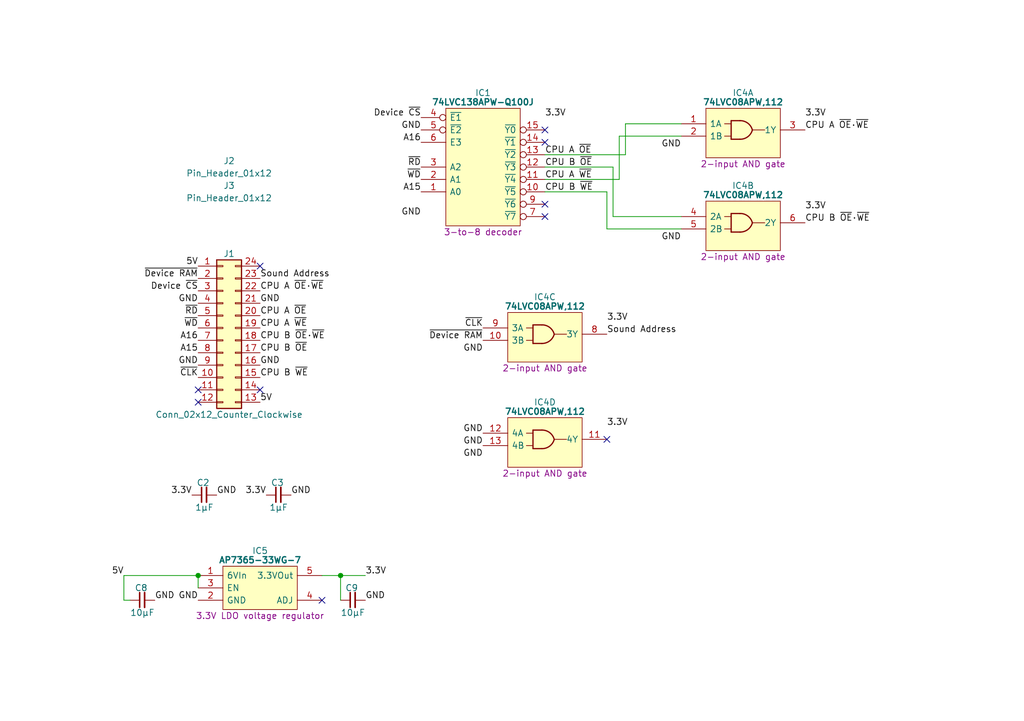
<source format=kicad_sch>
(kicad_sch (version 20231120) (generator "eeschema") (generator_version "8.0")
  (paper "A5")
  (title_block (title "Audio Address Decode") (date "2023-10-07") (rev "V0"))
  (lib_symbols
    (symbol "Connector_Generic:Conn_02x12_Counter_Clockwise" (pin_names (offset 1.016) hide)
      (property "Reference" "J" (at 1.27 15.24 0))
      (property "Value" "Conn_02x12_Counter_Clockwise" (at 1.27 -17.78 0))
      (symbol "Conn_02x12_Counter_Clockwise_1_1"
        (rectangle (start -1.27 -15.113) (end 0 -15.367) (stroke (width 0.1524)))
        (rectangle (start -1.27 -12.573) (end 0 -12.827) (stroke (width 0.1524)))
        (rectangle (start -1.27 -10.033) (end 0 -10.287) (stroke (width 0.1524)))
        (rectangle (start -1.27 -7.493) (end 0 -7.747) (stroke (width 0.1524)))
        (rectangle (start -1.27 -4.953) (end 0 -5.207) (stroke (width 0.1524)))
        (rectangle (start -1.27 -2.413) (end 0 -2.667) (stroke (width 0.1524)))
        (rectangle (start -1.27 0.127) (end 0 -0.127) (stroke (width 0.1524)))
        (rectangle (start -1.27 2.667) (end 0 2.413) (stroke (width 0.1524)))
        (rectangle (start -1.27 5.207) (end 0 4.953) (stroke (width 0.1524)))
        (rectangle (start -1.27 7.747) (end 0 7.493) (stroke (width 0.1524)))
        (rectangle (start -1.27 10.287) (end 0 10.033) (stroke (width 0.1524)))
        (rectangle (start -1.27 12.827) (end 0 12.573) (stroke (width 0.1524)))
        (rectangle (start -1.27 13.97) (end 3.81 -16.51) (stroke (width 0.254)) (fill (type background)))
        (rectangle (start 3.81 -15.113) (end 2.54 -15.367) (stroke (width 0.1524)))
        (rectangle (start 3.81 -12.573) (end 2.54 -12.827) (stroke (width 0.1524)))
        (rectangle (start 3.81 -10.033) (end 2.54 -10.287) (stroke (width 0.1524)))
        (rectangle (start 3.81 -7.493) (end 2.54 -7.747) (stroke (width 0.1524)))
        (rectangle (start 3.81 -4.953) (end 2.54 -5.207) (stroke (width 0.1524)))
        (rectangle (start 3.81 -2.413) (end 2.54 -2.667) (stroke (width 0.1524)))
        (rectangle (start 3.81 0.127) (end 2.54 -0.127) (stroke (width 0.1524)))
        (rectangle (start 3.81 2.667) (end 2.54 2.413) (stroke (width 0.1524)))
        (rectangle (start 3.81 5.207) (end 2.54 4.953) (stroke (width 0.1524)))
        (rectangle (start 3.81 7.747) (end 2.54 7.493) (stroke (width 0.1524)))
        (rectangle (start 3.81 10.287) (end 2.54 10.033) (stroke (width 0.1524)))
        (rectangle (start 3.81 12.827) (end 2.54 12.573) (stroke (width 0.1524)))
        (pin passive line (at -5.08 12.7 0) (length 3.81) (name "Pin_1") (number "1"))
        (pin passive line (at -5.08 -10.16 0) (length 3.81) (name "Pin_10") (number "10"))
        (pin passive line (at -5.08 -12.7 0) (length 3.81) (name "Pin_11") (number "11"))
        (pin passive line (at -5.08 -15.24 0) (length 3.81) (name "Pin_12") (number "12"))
        (pin passive line (at 7.62 -15.24 180) (length 3.81) (name "Pin_13") (number "13"))
        (pin passive line (at 7.62 -12.7 180) (length 3.81) (name "Pin_14") (number "14"))
        (pin passive line (at 7.62 -10.16 180) (length 3.81) (name "Pin_15") (number "15"))
        (pin passive line (at 7.62 -7.62 180) (length 3.81) (name "Pin_16") (number "16"))
        (pin passive line (at 7.62 -5.08 180) (length 3.81) (name "Pin_17") (number "17"))
        (pin passive line (at 7.62 -2.54 180) (length 3.81) (name "Pin_18") (number "18"))
        (pin passive line (at 7.62 0 180) (length 3.81) (name "Pin_19") (number "19"))
        (pin passive line (at -5.08 10.16 0) (length 3.81) (name "Pin_2") (number "2"))
        (pin passive line (at 7.62 2.54 180) (length 3.81) (name "Pin_20") (number "20"))
        (pin passive line (at 7.62 5.08 180) (length 3.81) (name "Pin_21") (number "21"))
        (pin passive line (at 7.62 7.62 180) (length 3.81) (name "Pin_22") (number "22"))
        (pin passive line (at 7.62 10.16 180) (length 3.81) (name "Pin_23") (number "23"))
        (pin passive line (at 7.62 12.7 180) (length 3.81) (name "Pin_24") (number "24"))
        (pin passive line (at -5.08 7.62 0) (length 3.81) (name "Pin_3") (number "3"))
        (pin passive line (at -5.08 5.08 0) (length 3.81) (name "Pin_4") (number "4"))
        (pin passive line (at -5.08 2.54 0) (length 3.81) (name "Pin_5") (number "5"))
        (pin passive line (at -5.08 0 0) (length 3.81) (name "Pin_6") (number "6"))
        (pin passive line (at -5.08 -2.54 0) (length 3.81) (name "Pin_7") (number "7"))
        (pin passive line (at -5.08 -5.08 0) (length 3.81) (name "Pin_8") (number "8"))
        (pin passive line (at -5.08 -7.62 0) (length 3.81) (name "Pin_9") (number "9"))
      )
    )
    (symbol "Diodes_Inc:AP7365-33WG-7" (pin_names (offset 0.762))
      (property "Reference" "IC" (at 12.7 5.08 0))
      (property "Value" "AP7365-33WG-7" (at 12.7 3.175 0))
      (property "Description" "3.3V LDO voltage regulator" (at 12.7 -8.255 0))
      (symbol "AP7365-33WG-7_0_0"
        (pin passive line (at 0 -5.08 0) (length 5.08) (name "GND") (number "2"))
        (pin input line (at 0 -2.54 0) (length 5.08) (name "EN") (number "3"))
        (pin passive line (at 25.4 -5.08 180) (length 5.08) (name "ADJ") (number "4"))
      )
      (symbol "AP7365-33WG-7_0_1"
        (polyline (pts (xy 5.08 1.905) (xy 20.32 1.905) (xy 20.32 -6.985) (xy 5.08 -6.985) (xy 5.08 1.905)) (fill (type background)))
      )
      (symbol "AP7365-33WG-7_1_0"
        (pin passive line (at 0 0 0) (length 5.08) (name "6VIn") (number "1"))
        (pin passive line (at 25.4 0 180) (length 5.08) (name "3.3VOut") (number "5"))
      )
    )
    (symbol "HCP65:C_0805" (pin_numbers hide) (pin_names (offset 0.254) hide)
      (property "Reference" "C" (at 2.286 2.54 0))
      (property "Value" "?μF" (at 2.54 -2.54 0))
      (symbol "C_0805_0_1"
        (polyline (pts (xy 1.9685 -1.4605) (xy 1.9685 1.5875)) (stroke (width 0.3048)))
        (polyline (pts (xy 2.9845 -1.4605) (xy 2.9845 1.5875)) (stroke (width 0.3302)))
      )
      (symbol "C_0805_1_1"
        (pin passive line (at 0 0 0) (length 2.032) (name "~") (number "1"))
        (pin passive line (at 5.08 0 180) (length 2.032) (name "~") (number "2"))
      )
    )
    (symbol "HCP65:Pin_Header_01x32" (pin_names (offset 1.016) hide)
      (property "Reference" "J" (at 0 1.27 0))
      (property "Value" "Pin_Header_01x32" (at 0 -1.27 0))
    )
    (symbol "Nexperia:74LVC08APW,112_Multi" (pin_names (offset 0.762))
      (property "Reference" "IC" (at 12.7 6.35 0))
      (property "Value" "74LVC08APW,112" (at 12.7 4.445 0))
      (property "Description" "2-input AND gate" (at 12.7 -8.255 0))
      (symbol "74LVC08APW,112_Multi_0_0"
        (pin passive line (at 25.4 1.27 180) (length 5.08) hide (name "3V") (number "14"))
        (pin passive line (at 0 -5.08 0) (length 5.08) hide (name "GND") (number "7"))
      )
      (symbol "74LVC08APW,112_Multi_0_1"
        (polyline (pts (xy 8.89 -2.54) (xy 10.1599 -2.54)))
        (polyline (pts (xy 8.89 0) (xy 10.1599 0)))
        (polyline (pts (xy 10.248 0.635) (xy 10.248 -3.175)) (stroke (width 0.254)) (fill (type background)))
        (polyline (pts (xy 12.065 -3.175) (xy 10.248 -3.175)) (stroke (width 0.254)) (fill (type background)))
        (polyline (pts (xy 12.065 0.635) (xy 10.248 0.635)) (stroke (width 0.254)) (fill (type background)))
        (polyline (pts (xy 14.605 -1.27) (xy 17.145 -1.27)))
        (polyline (pts (xy 5.08 3.175) (xy 20.32 3.175) (xy 20.32 -6.985) (xy 5.08 -6.985) (xy 5.08 3.175)) (stroke (width 0.1524)) (fill (type background)))
        (arc (start 12.065 -3.175) (mid 13.6634 -2.6604) (end 14.605 -1.27) (stroke (width 0.254)))
        (arc (start 14.605 -1.27) (mid 13.6646 0.122) (end 12.065 0.635) (stroke (width 0.254)))
      )
      (symbol "74LVC08APW,112_Multi_1_0"
        (pin input line (at 0 0 0) (length 5.08) (name "1A") (number "1"))
        (pin input line (at 0 -2.54 0) (length 5.08) (name "1B") (number "2"))
        (pin passive line (at 25.4 -1.27 180) (length 5.08) (name "1Y") (number "3"))
      )
      (symbol "74LVC08APW,112_Multi_2_0"
        (pin input line (at 0 0 0) (length 5.08) (name "2A") (number "4"))
        (pin input line (at 0 -2.54 0) (length 5.08) (name "2B") (number "5"))
        (pin output line (at 25.4 -1.27 180) (length 5.08) (name "2Y") (number "6"))
      )
      (symbol "74LVC08APW,112_Multi_3_0"
        (pin input line (at 0 -2.54 0) (length 5.08) (name "3B") (number "10"))
        (pin output line (at 25.4 -1.27 180) (length 5.08) (name "3Y") (number "8"))
        (pin input line (at 0 0 0) (length 5.08) (name "3A") (number "9"))
      )
      (symbol "74LVC08APW,112_Multi_4_0"
        (pin output line (at 25.4 -1.27 180) (length 5.08) (name "4Y") (number "11"))
        (pin input line (at 0 0 0) (length 5.08) (name "4A") (number "12"))
        (pin input line (at 0 -2.54 0) (length 5.08) (name "4B") (number "13"))
      )
    )
    (symbol "Nexperia:74LVC138APW-Q100J" (pin_names (offset 0.762))
      (property "Reference" "IC" (at 12.7 3.175 0))
      (property "Value" "74LVC138APW-Q100J" (at 12.7 1.27 0))
      (property "Description" "3-to-8 decoder" (at 12.7 -25.4 0))
      (symbol "74LVC138APW-Q100J_0_0"
        (pin input line (at 0 -17.145 0) (length 5.08) (name "A0") (number "1"))
        (pin output inverted (at 25.4 -17.145 180) (length 5.08) (name "~{Y5}") (number "10"))
        (pin output inverted (at 25.4 -14.605 180) (length 5.08) (name "~{Y4}") (number "11"))
        (pin output inverted (at 25.4 -12.065 180) (length 5.08) (name "~{Y3}") (number "12"))
        (pin output inverted (at 25.4 -9.525 180) (length 5.08) (name "~{Y2}") (number "13"))
        (pin output inverted (at 25.4 -6.985 180) (length 5.08) (name "~{Y1}") (number "14"))
        (pin output inverted (at 25.4 -4.445 180) (length 5.08) (name "~{Y0}") (number "15"))
        (pin passive line (at 25.4 -1.905 180) (length 5.08) hide (name "3V") (number "16"))
        (pin input line (at 0 -14.605 0) (length 5.08) (name "A1") (number "2"))
        (pin input line (at 0 -12.065 0) (length 5.08) (name "A2") (number "3"))
        (pin input line (at 0 -6.985 0) (length 5.08) (name "E3") (number "6"))
        (pin output inverted (at 25.4 -22.225 180) (length 5.08) (name "~{Y7}") (number "7"))
        (pin passive line (at 0 -22.225 0) (length 5.08) hide (name "GND") (number "8"))
        (pin output inverted (at 25.4 -19.685 180) (length 5.08) (name "~{Y6}") (number "9"))
      )
      (symbol "74LVC138APW-Q100J_0_1"
        (polyline (pts (xy 5.08 0) (xy 20.32 0) (xy 20.32 -24.13) (xy 5.08 -24.13) (xy 5.08 0)) (stroke (width 0.1524)) (fill (type background)))
      )
      (symbol "74LVC138APW-Q100J_1_0"
        (pin input inverted (at 0 -1.905 0) (length 5.08) (name "~{E1}") (number "4"))
        (pin input inverted (at 0 -4.445 0) (length 5.08) (name "~{E2}") (number "5"))
      )
    )
  )
  (junction (at 40.64 118.11))
  (junction (at 69.85 118.11))
  (no_connect (at 111.76 44.45))
  (no_connect (at 111.76 41.91))
  (no_connect (at 66.04 123.19))
  (no_connect (at 53.34 54.61))
  (no_connect (at 53.34 80.01))
  (no_connect (at 124.46 90.17))
  (no_connect (at 111.76 26.67))
  (no_connect (at 40.64 80.01))
  (no_connect (at 111.76 29.21))
  (no_connect (at 40.64 82.55))
  (wire (pts (xy 128.27 25.4) (xy 128.27 31.75)))
  (wire (pts (xy 125.73 44.45) (xy 125.73 34.29)))
  (wire (pts (xy 128.27 31.75) (xy 111.76 31.75)))
  (wire (pts (xy 69.85 123.19) (xy 69.85 118.11)))
  (wire (pts (xy 111.76 39.37) (xy 124.46 39.37)))
  (wire (pts (xy 124.46 46.99) (xy 124.46 39.37)))
  (wire (pts (xy 25.4 118.11) (xy 40.64 118.11)))
  (wire (pts (xy 139.7 46.99) (xy 124.46 46.99)))
  (wire (pts (xy 40.64 118.11) (xy 40.64 120.65)))
  (wire (pts (xy 127 36.83) (xy 127 27.94)))
  (wire (pts (xy 66.04 118.11) (xy 69.85 118.11)))
  (wire (pts (xy 125.73 34.29) (xy 111.76 34.29)))
  (wire (pts (xy 127 27.94) (xy 139.7 27.94)))
  (wire (pts (xy 25.4 118.11) (xy 25.4 123.19)))
  (wire (pts (xy 139.7 25.4) (xy 128.27 25.4)))
  (wire (pts (xy 139.7 44.45) (xy 125.73 44.45)))
  (wire (pts (xy 111.76 36.83) (xy 127 36.83)))
  (wire (pts (xy 25.4 123.19) (xy 26.67 123.19)))
  (wire (pts (xy 69.85 118.11) (xy 74.93 118.11)))
  (label "3.3V" (at 165.1 24.13 0))
  (label "GND" (at 139.7 30.48 180))
  (label "A16" (at 86.36 29.21 180))
  (label "GND" (at 99.06 88.9 180))
  (label "Sound Address" (at 124.46 68.58 0))
  (label "Device ~{CS}" (at 86.36 24.13 180))
  (label "GND" (at 44.45 101.6 0))
  (label "GND" (at 74.93 123.19 0))
  (label "GND" (at 139.7 49.53 180))
  (label "~{Device RAM}" (at 99.06 69.85 180))
  (label "3.3V" (at 39.37 101.6 180))
  (label "CPU B ~{OE}·~{WE}" (at 165.1 45.72 0))
  (label "3.3V" (at 111.76 24.13 0))
  (label "GND" (at 31.75 123.19 0))
  (label "5V" (at 25.4 118.11 180))
  (label "5V" (at 40.64 54.61 180))
  (label "GND" (at 86.36 44.45 180))
  (label "3.3V" (at 124.46 66.04 0))
  (label "CPU B ~{WE}" (at 111.76 39.37 0))
  (label "GND" (at 40.64 62.23 180))
  (label "Device ~{CS}" (at 40.64 59.69 180))
  (label "A15" (at 40.64 72.39 180))
  (label "CPU B ~{WE}" (at 53.34 77.47 0))
  (label "CPU A ~{OE}" (at 111.76 31.75 0))
  (label "GND" (at 40.64 123.19 180))
  (label "GND" (at 86.36 26.67 180))
  (label "~{WD}" (at 40.64 67.31 180))
  (label "~{WD}" (at 86.36 36.83 180))
  (label "3.3V" (at 124.46 87.63 0))
  (label "GND" (at 99.06 93.98 180))
  (label "CPU A ~{OE}·~{WE}" (at 53.34 59.69 0))
  (label "CPU B ~{OE}" (at 53.34 72.39 0))
  (label "~{RD}" (at 86.36 34.29 180))
  (label "~{CLK}" (at 40.64 77.47 180))
  (label "Sound Address" (at 53.34 57.15 0))
  (label "3.3V" (at 165.1 43.18 0))
  (label "CPU A ~{OE}" (at 53.34 64.77 0))
  (label "CPU A ~{WE}" (at 53.34 67.31 0))
  (label "3.3V" (at 54.61 101.6 180))
  (label "CPU B ~{OE}·~{WE}" (at 53.34 69.85 0))
  (label "GND" (at 40.64 74.93 180))
  (label "~{CLK}" (at 99.06 67.31 180))
  (label "GND" (at 99.06 72.39 180))
  (label "CPU A ~{WE}" (at 111.76 36.83 0))
  (label "A16" (at 40.64 69.85 180))
  (label "3.3V" (at 74.93 118.11 0))
  (label "GND" (at 53.34 62.23 0))
  (label "CPU B ~{OE}" (at 111.76 34.29 0))
  (label "GND" (at 59.69 101.6 0))
  (label "~{RD}" (at 40.64 64.77 180))
  (label "~{Device RAM}" (at 40.64 57.15 180))
  (label "CPU A ~{OE}·~{WE}" (at 165.1 26.67 0))
  (label "GND" (at 53.34 74.93 0))
  (label "GND" (at 99.06 91.44 180))
  (label "A15" (at 86.36 39.37 180))
  (label "5V" (at 53.34 82.55 0))
  (symbol (lib_id "Nexperia:74LVC08APW,112_Multi") (at 99.06 88.9 0) (unit 4)
    (property "Reference" "IC4" (at 111.76 82.55 0))
    (property "Value" "74LVC08APW,112" (at 111.76 84.455 0) (effects (font (bold yes))))
    (property "Footprint" "SamacSys_Parts:SOP65P640X110-14N" (effects (hide yes)))
    (property "Datasheet" "https://assets.nexperia.com/documents/data-sheet/74LVC08A.pdf" (effects (hide yes)))
    (property "Description" "2-input AND gate" (at 111.76 97.155 0))
    (property "Height" "1.1" (effects (hide yes)))
    (property "Manufacturer_Name" "Nexperia" (effects (hide yes)))
    (property "Manufacturer_Part_Number" "74LVC08APW,112" (effects (hide yes)))
    (property "Mouser Part Number" "771-74LVC08APW" (effects (hide yes)))
    (property "Mouser Price/Stock" "https://www.mouser.com/Search/Refine.aspx?Keyword=771-74LVC08APW" (effects (hide yes)))
    (property "Silkscreen" "74LVC08" (effects (hide yes)))
  )
  (symbol (lib_id "HCP65:Pin_Header_01x32") (at 46.99 34.29 0) (mirror y) (unit 1)
    (property "Reference" "J2" (at 46.99 33.02 0))
    (property "Value" "Pin_Header_01x12" (at 46.99 35.56 0))
    (property "Footprint" "SamacSys_Parts:PinHeader_1x12_P2.54mm_Vertical" (effects (hide yes)))
  )
  (symbol (lib_id "HCP65:C_0805") (at 39.37 101.6 0) (unit 1)
    (property "Reference" "C2" (at 41.656 99.06 0))
    (property "Value" "1μF" (at 41.91 104.14 0))
    (property "Footprint" "SamacSys_Parts:C_0805" (effects (hide yes)))
  )
  (symbol (lib_id "Nexperia:74LVC08APW,112_Multi") (at 139.7 25.4 0) (unit 1)
    (property "Reference" "IC4" (at 152.4 19.05 0))
    (property "Value" "74LVC08APW,112" (at 152.4 20.955 0) (effects (font (bold yes))))
    (property "Footprint" "SamacSys_Parts:SOP65P640X110-14N" (effects (hide yes)))
    (property "Datasheet" "https://assets.nexperia.com/documents/data-sheet/74LVC08A.pdf" (effects (hide yes)))
    (property "Description" "2-input AND gate" (at 152.4 33.655 0))
    (property "Height" "1.1" (effects (hide yes)))
    (property "Manufacturer_Name" "Nexperia" (effects (hide yes)))
    (property "Manufacturer_Part_Number" "74LVC08APW,112" (effects (hide yes)))
    (property "Mouser Part Number" "771-74LVC08APW" (effects (hide yes)))
    (property "Mouser Price/Stock" "https://www.mouser.com/Search/Refine.aspx?Keyword=771-74LVC08APW" (effects (hide yes)))
    (property "Silkscreen" "74LVC08" (effects (hide yes)))
  )
  (symbol (lib_id "Nexperia:74LVC08APW,112_Multi") (at 139.7 44.45 0) (unit 2)
    (property "Reference" "IC4" (at 152.4 38.1 0))
    (property "Value" "74LVC08APW,112" (at 152.4 40.005 0) (effects (font (bold yes))))
    (property "Footprint" "SamacSys_Parts:SOP65P640X110-14N" (effects (hide yes)))
    (property "Datasheet" "https://assets.nexperia.com/documents/data-sheet/74LVC08A.pdf" (effects (hide yes)))
    (property "Description" "2-input AND gate" (at 152.4 52.705 0))
    (property "Height" "1.1" (effects (hide yes)))
    (property "Manufacturer_Name" "Nexperia" (effects (hide yes)))
    (property "Manufacturer_Part_Number" "74LVC08APW,112" (effects (hide yes)))
    (property "Mouser Part Number" "771-74LVC08APW" (effects (hide yes)))
    (property "Mouser Price/Stock" "https://www.mouser.com/Search/Refine.aspx?Keyword=771-74LVC08APW" (effects (hide yes)))
    (property "Silkscreen" "74LVC08" (effects (hide yes)))
  )
  (symbol (lib_id "HCP65:Pin_Header_01x32") (at 46.99 39.37 0) (unit 1)
    (property "Reference" "J3" (at 46.99 38.1 0))
    (property "Value" "Pin_Header_01x12" (at 46.99 40.64 0))
    (property "Footprint" "SamacSys_Parts:PinHeader_1x12_P2.54mm_Vertical" (effects (hide yes)))
  )
  (symbol (lib_id "HCP65:C_0805") (at 54.61 101.6 0) (unit 1)
    (property "Reference" "C3" (at 56.896 99.06 0))
    (property "Value" "1μF" (at 57.15 104.14 0))
    (property "Footprint" "SamacSys_Parts:C_0805" (effects (hide yes)))
  )
  (symbol (lib_id "HCP65:C_0805") (at 26.67 123.19 0) (unit 1)
    (property "Reference" "C8" (at 28.956 120.65 0))
    (property "Value" "10µF" (at 26.67 125.73 0) (effects (justify left)))
    (property "Footprint" "SamacSys_Parts:C_0805" (effects (hide yes)))
  )
  (symbol (lib_id "Diodes_Inc:AP7365-33WG-7") (at 40.64 118.11 0) (unit 1)
    (property "Reference" "IC5" (at 53.34 113.03 0))
    (property "Value" "AP7365-33WG-7" (at 53.34 114.935 0) (effects (font (bold yes))))
    (property "Footprint" "SamacSys_Parts:SOT95P285X130-5N" (effects (hide yes)))
    (property "Datasheet" "https://componentsearchengine.com/Datasheets/1/AP7365-33WG-7.pdf" (effects (hide yes)))
    (property "Description" "3.3V LDO voltage regulator" (at 53.34 126.365 0))
    (property "Height" "1.3" (effects (hide yes)))
    (property "Manufacturer_Name" "Diodes Inc." (effects (hide yes)))
    (property "Manufacturer_Part_Number" "AP7365-33WG-7" (effects (hide yes)))
    (property "Mouser Part Number" "621-AP7365-33WG-7" (effects (hide yes)))
    (property "Mouser Price/Stock" "https://www.mouser.co.uk/ProductDetail/Diodes-Incorporated/AP7365-33WG-7?qs=abZ1nkZpTuOZFvxvoFPL0w%3D%3D" (effects (hide yes)))
    (property "Arrow Part Number" "AP7365-33WG-7" (effects (hide yes)))
    (property "Arrow Price/Stock" "https://www.arrow.com/en/products/ap7365-33wg-7/diodes-incorporated?region=nac" (effects (hide yes)))
    (property "Silkscreen" "AP7365" (effects (hide yes)))
  )
  (symbol (lib_id "HCP65:C_0805") (at 69.85 123.19 0) (unit 1)
    (property "Reference" "C9" (at 72.136 120.65 0))
    (property "Value" "10µF" (at 69.85 125.73 0) (effects (justify left)))
    (property "Footprint" "SamacSys_Parts:C_0805" (effects (hide yes)))
  )
  (symbol (lib_id "Nexperia:74LVC138APW-Q100J") (at 86.36 22.225 0) (unit 1)
    (property "Reference" "IC1" (at 99.06 19.05 0))
    (property "Value" "74LVC138APW-Q100J" (at 99.06 20.955 0) (effects (font (bold yes))))
    (property "Footprint" "SamacSys_Parts:SOP65P640X110-16N" (effects (hide yes)))
    (property "Datasheet" "https://assets.nexperia.com/documents/data-sheet/74LVC138A_Q100.pdf" (effects (hide yes)))
    (property "Description" "3-to-8 decoder" (at 99.06 47.625 0))
    (property "Height" "1.1" (effects (hide yes)))
    (property "Mouser Part Number" "771-74LVC138APWQ100J" (effects (hide yes)))
    (property "Mouser Price/Stock" "https://www.mouser.co.uk/ProductDetail/Nexperia/74LVC138APW-Q100J?qs=fi7yB2oewZnXKE82xo%252BhJQ%3D%3D" (effects (hide yes)))
    (property "Manufacturer_Name" "Nexperia" (effects (hide yes)))
    (property "Manufacturer_Part_Number" "74LVC138APW-Q100J" (effects (hide yes)))
    (property "Silkscreen" "74LVC138" (effects (hide yes)))
  )
  (symbol (lib_id "Connector_Generic:Conn_02x12_Counter_Clockwise") (at 45.72 67.31 0) (unit 1)
    (property "Reference" "J1" (at 46.99 52.07 0))
    (property "Value" "Conn_02x12_Counter_Clockwise" (at 46.99 85.09 0))
    (property "Footprint" "SamacSys_Parts:DIP-24_Board_W15.24mm" (effects (hide yes)))
    (property "Description" "Generic connector, double row, 02x12, counter clockwise pin numbering scheme (similar to DIP package numbering), script generated (kicad-library-utils/schlib/autogen/connector/)" (effects (hide yes)))
  )
  (symbol (lib_id "Nexperia:74LVC08APW,112_Multi") (at 99.06 67.31 0) (unit 3)
    (property "Reference" "IC4" (at 111.76 60.96 0))
    (property "Value" "74LVC08APW,112" (at 111.76 62.865 0) (effects (font (bold yes))))
    (property "Footprint" "SamacSys_Parts:SOP65P640X110-14N" (effects (hide yes)))
    (property "Datasheet" "https://assets.nexperia.com/documents/data-sheet/74LVC08A.pdf" (effects (hide yes)))
    (property "Description" "2-input AND gate" (at 111.76 75.565 0))
    (property "Height" "1.1" (effects (hide yes)))
    (property "Manufacturer_Name" "Nexperia" (effects (hide yes)))
    (property "Manufacturer_Part_Number" "74LVC08APW,112" (effects (hide yes)))
    (property "Mouser Part Number" "771-74LVC08APW" (effects (hide yes)))
    (property "Mouser Price/Stock" "https://www.mouser.com/Search/Refine.aspx?Keyword=771-74LVC08APW" (effects (hide yes)))
    (property "Silkscreen" "74LVC08" (effects (hide yes)))
  )
)
</source>
